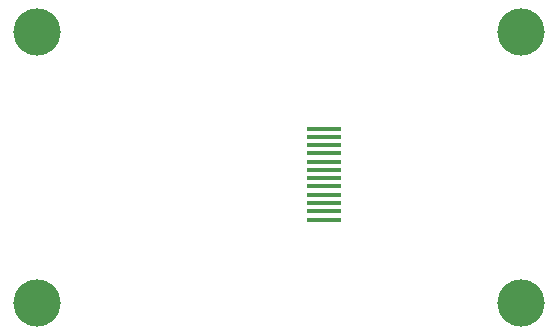
<source format=gbr>
%TF.GenerationSoftware,KiCad,Pcbnew,7.0.7*%
%TF.CreationDate,2023-10-31T21:22:21-06:00*%
%TF.ProjectId,hex-display,6865782d-6469-4737-906c-61792e6b6963,rev?*%
%TF.SameCoordinates,Original*%
%TF.FileFunction,Soldermask,Top*%
%TF.FilePolarity,Negative*%
%FSLAX46Y46*%
G04 Gerber Fmt 4.6, Leading zero omitted, Abs format (unit mm)*
G04 Created by KiCad (PCBNEW 7.0.7) date 2023-10-31 21:22:21*
%MOMM*%
%LPD*%
G01*
G04 APERTURE LIST*
%ADD10C,4.000000*%
%ADD11R,3.000000X0.350000*%
G04 APERTURE END LIST*
D10*
%TO.C,H4*%
X164000000Y-101000000D03*
%TD*%
%TO.C,H2*%
X164000000Y-78000000D03*
%TD*%
D11*
%TO.C,U1*%
X147300000Y-86200000D03*
X147300000Y-86900000D03*
X147300000Y-87600000D03*
X147300000Y-88300000D03*
X147300000Y-89000000D03*
X147300000Y-89700000D03*
X147300000Y-90400000D03*
X147300000Y-91100000D03*
X147300000Y-91800000D03*
X147300000Y-92500000D03*
X147300000Y-93200000D03*
X147300000Y-93900000D03*
%TD*%
D10*
%TO.C,H1*%
X123000000Y-78000000D03*
%TD*%
%TO.C,H3*%
X123000000Y-101000000D03*
%TD*%
M02*

</source>
